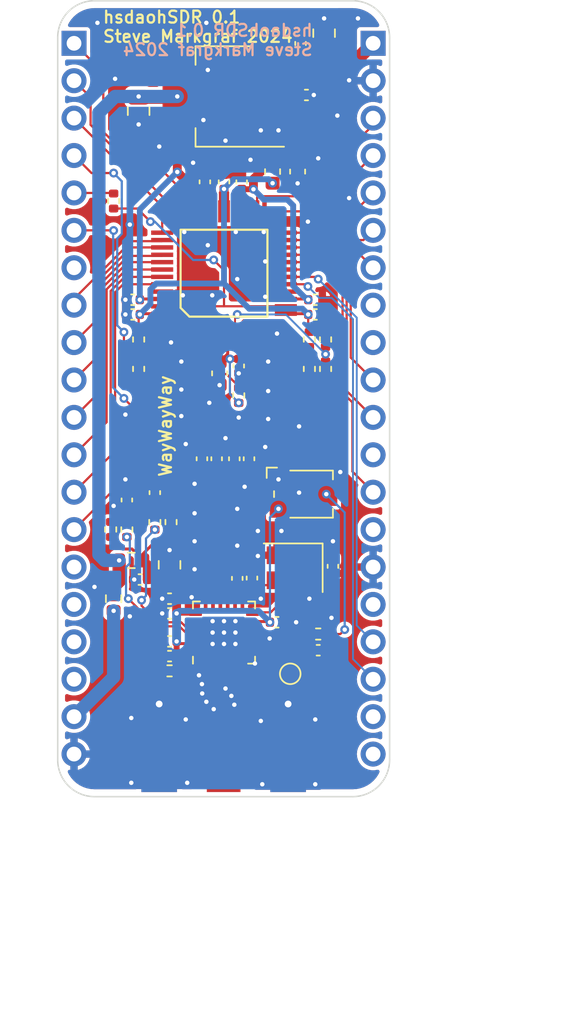
<source format=kicad_pcb>
(kicad_pcb (version 20221018) (generator pcbnew)
  (layers (0 "F.Cu" signal) (31 "B.Cu" signal) (34 "B.Paste" user) (35 "F.Paste" user) (36 "B.SilkS" user "B.Silkscreen") (37 "F.SilkS" user "F.Silkscreen") (38 "B.Mask" user) (39 "F.Mask" user) (44 "Edge.Cuts" user))
  (net 0 "")
  (net 1 "GND")
  (net 2 "3V3_RF")
  (net 3 "XTAL1")
  (net 4 "XTAL2")
  (net 5 "Net-(U1-DVDD)")
  (net 6 "I_N")
  (net 7 "Q_N")
  (net 8 "I_P")
  (net 9 "Q_P")
  (net 10 "I2C_SDA")
  (net 11 "I2C_SCL")
  (net 12 "AGC")
  (net 13 "3V3")
  (net 14 "5V_IN")
  (net 15 "Net-(U3-REFIN_A)")
  (net 16 "Net-(J1-In)")
  (net 22 "3V3_FPGA")
  (net 29 "Net-(U1-PDN)")
  (net 30 "SCLK")
  (net 31 "SDA")
  (net 32 "Net-(R6-Pad2)")
  (net 33 "DFS")
  (net 34 "Net-(U3-S2)")
  (net 35 "Net-(U3-S1)")
  (net 40 "ADC_CLK")
  (net 41 "D9_B")
  (net 42 "D8_B")
  (net 43 "D7_B")
  (net 44 "D6_B")
  (net 45 "D5_B")
  (net 46 "D4_B")
  (net 47 "D3_B")
  (net 48 "D2_B")
  (net 49 "D1_B")
  (net 50 "D0_B")
  (net 51 "D0_A")
  (net 52 "D1_A")
  (net 53 "D2_A")
  (net 54 "D3_A")
  (net 55 "D4_A")
  (net 56 "D5_A")
  (net 57 "D6_A")
  (net 58 "D7_A")
  (net 59 "D8_A")
  (net 60 "D9_A")
  (net 61 "Net-(J2-Pin_5)")
  (net 62 "3V3_A")
  (net 63 "BBIN")
  (net 64 "BBQN")
  (net 65 "BBIP")
  (net 66 "BBQP")
  (net 68 "Net-(U1-LOOP)")
  (footprint "Capacitor_SMD:C_0402_1005Metric" (layer "F.Cu") (at 138.1 73.4 90)
    (fp_text reference "C12" hide)
    (fp_text value "100n")
  )
  (footprint "Connector_Coaxial:SMA_Molex_73251-1153_EdgeMount_Horizontal" (layer "F.Cu") (at 138.575 91.77 90)
    (fp_text reference "J1" hide)
    (fp_text value "RF_IN")
  )
  (footprint "agg:LQFP-48" (layer "F.Cu") (at 138.6 60.8 90)
    (fp_text reference "U3")
    (fp_text value "AD9218")
  )
  (footprint "TestPoint:TestPoint_Pad_D1.0mm" (layer "F.Cu") (at 143.1 88)
    (fp_text reference "TP1" hide)
    (fp_text value "TestPoint_Small")
  )
  (footprint "Resistor_SMD:R_0402_1005Metric" (layer "F.Cu") (at 132.8 67.3 90)
    (fp_text reference "R9" hide)
    (fp_text value "0R")
  )
  (footprint "Capacitor_SMD:C_0402_1005Metric" (layer "F.Cu") (at 137.1 73.4 90)
    (fp_text reference "C14" hide)
    (fp_text value "100n")
  )
  (footprint "Capacitor_SMD:C_0402_1005Metric" (layer "F.Cu") (at 134.9 83.9)
    (fp_text reference "C6" hide)
    (fp_text value "100n")
  )
  (footprint "Capacitor_SMD:C_0402_1005Metric" (layer "F.Cu") (at 145 86.4 180)
    (fp_text reference "C17" hide)
    (fp_text value "1n")
  )
  (footprint "Capacitor_SMD:C_0402_1005Metric" (layer "F.Cu") (at 132.9 81.6)
    (fp_text reference "C9" hide)
    (fp_text value "10n")
  )
  (footprint "Resistor_SMD:R_0402_1005Metric" (layer "F.Cu") (at 131.1 55.9 90)
    (fp_text reference "R15" hide)
    (fp_text value "50R")
  )
  (footprint "Capacitor_SMD:C_0402_1005Metric" (layer "F.Cu") (at 144.8 63.6)
    (fp_text reference "C22" hide)
    (fp_text value "100n")
  )
  (footprint "Capacitor_SMD:C_0402_1005Metric" (layer "F.Cu") (at 137.3 54.6 90)
    (fp_text reference "C20" hide)
    (fp_text value "100n")
  )
  (footprint "Resistor_SMD:R_0402_1005Metric" (layer "F.Cu") (at 145.5 65.3 -90)
    (fp_text reference "R12" hide)
    (fp_text value "0R")
  )
  (footprint "Capacitor_SMD:C_0805_2012Metric" (layer "F.Cu") (at 145.4 44.5 90)
    (fp_text reference "C24" hide)
    (fp_text value "10uF")
  )
  (footprint "Resistor_SMD:R_0402_1005Metric" (layer "F.Cu") (at 145.5 67.3 -90)
    (fp_text reference "R13" hide)
    (fp_text value "0R")
  )
  (footprint "Resistor_SMD:R_0402_1005Metric" (layer "F.Cu") (at 132 78.2 -90)
    (fp_text reference "R5" hide)
    (fp_text value "100R")
  )
  (footprint "Capacitor_SMD:C_0402_1005Metric" (layer "F.Cu") (at 134.9 85.8)
    (fp_text reference "C3" hide)
    (fp_text value "100p")
  )
  (footprint "Capacitor_SMD:C_0603_1608Metric" (layer "F.Cu") (at 138.3 67.6 -90)
    (fp_text reference "C25" hide)
    (fp_text value "10uF")
  )
  (footprint "Capacitor_SMD:C_0402_1005Metric" (layer "F.Cu") (at 140.5 81.5 -90)
    (fp_text reference "C5" hide)
    (fp_text value "9p")
  )
  (footprint "Capacitor_SMD:C_0402_1005Metric" (layer "F.Cu") (at 138.6 54.6 90)
    (fp_text reference "C23" hide)
    (fp_text value "100n")
  )
  (footprint "Capacitor_SMD:C_0402_1005Metric" (layer "F.Cu") (at 142.2 84.5 180)
    (fp_text reference "C4" hide)
    (fp_text value "100n")
  )
  (footprint "Resistor_SMD:R_0402_1005Metric" (layer "F.Cu") (at 132.8 65.3 90)
    (fp_text reference "R8" hide)
    (fp_text value "0R")
  )
  (footprint "Capacitor_SMD:C_0402_1005Metric" (layer "F.Cu") (at 134.9 86.8)
    (fp_text reference "C1" hide)
    (fp_text value "100n")
  )
  (footprint "Connector_PinSocket_2.54mm:PinSocket_1x20_P2.54mm_Vertical" (layer "F.Cu") (at 128.41 45.19)
    (fp_text reference "J2" hide)
    (fp_text value "Conn_01x20_Socket")
  )
  (footprint "Capacitor_SMD:C_0805_2012Metric" (layer "F.Cu") (at 132.8 49.8 -90)
    (fp_text reference "C30" hide)
    (fp_text value "10uF")
  )
  (footprint "Resistor_SMD:R_0402_1005Metric" (layer "F.Cu") (at 139.6 69.1 -90)
    (fp_text reference "R7" hide)
    (fp_text value "0R")
  )
  (footprint "Capacitor_SMD:C_0402_1005Metric" (layer "F.Cu") (at 132.4 62.6 180)
    (fp_text reference "C21" hide)
    (fp_text value "100n")
  )
  (footprint "Resistor_SMD:R_0603_1608Metric" (layer "F.Cu") (at 131.1 82.9 90)
    (fp_text reference "R14" hide)
    (fp_text value "0R")
  )
  (footprint "Package_DFN_QFN:QFN-24-1EP_4x4mm_P0.5mm_EP2.15x2.15mm_ThermalVias" (layer "F.Cu") (at 138.6 85.2 90)
    (fp_text reference "U1" hide)
    (fp_text value "RDA5815S")
  )
  (footprint "Resistor_SMD:R_0402_1005Metric" (layer "F.Cu") (at 144.4 65.3 90)
    (fp_text reference "R10" hide)
    (fp_text value "0R")
  )
  (footprint "Capacitor_SMD:C_0402_1005Metric" (layer "F.Cu") (at 140.3 73.4 90)
    (fp_text reference "C13" hide)
    (fp_text value "100n")
  )
  (footprint "Capacitor_SMD:C_0402_1005Metric" (layer "F.Cu") (at 139.3 73.4 90)
    (fp_text reference "C11" hide)
    (fp_text value "100n")
  )
  (footprint "Capacitor_SMD:C_0402_1005Metric" (layer "F.Cu") (at 139.5 81.52 -90)
    (fp_text reference "C7" hide)
    (fp_text value "100n")
  )
  (footprint "Crystal:Crystal_SMD_3225-4Pin_3.2x2.5mm" (layer "F.Cu") (at 143.3 80.8 180)
    (fp_text reference "Y1" hide)
    (fp_text value "27 MHz")
  )
  (footprint "Capacitor_SMD:C_0603_1608Metric" (layer "F.Cu") (at 143.6 53.9 -90)
    (fp_text reference "C31" hide)
    (fp_text value "4.7uF")
  )
  (footprint "Package_TO_SOT_SMD:SOT-223-3_TabPin2" (layer "F.Cu") (at 138.575 48.8 180)
    (fp_text reference "U2" hide)
    (fp_text value "AMS1117-3.3")
  )
  (footprint "Resistor_SMD:R_0402_1005Metric" (layer "F.Cu") (at 134.9 87.8 180)
    (fp_text reference "R1" hide)
    (fp_text value "4.7k")
  )
  (footprint "Resistor_SMD:R_0402_1005Metric" (layer "F.Cu") (at 135 77.7 -90)
    (fp_text reference "R3" hide)
    (fp_text value "2.2k")
  )
  (footprint "Resistor_SMD:R_0603_1608Metric" (layer "F.Cu") (at 132.3 80.3)
    (fp_text reference "FB1" hide)
    (fp_text value "Bead")
  )
  (footprint "Capacitor_SMD:C_0402_1005Metric" (layer "F.Cu") (at 134.9 82.9)
    (fp_text reference "C10" hide)
    (fp_text value "100p")
  )
  (footprint "Capacitor_SMD:C_0402_1005Metric" (layer "F.Cu") (at 143.8 45.2 90)
    (fp_text reference "C27" hide)
    (fp_text value "100n")
  )
  (footprint "Capacitor_SMD:C_0402_1005Metric" (layer "F.Cu") (at 132.4 63.6 180)
    (fp_text reference "C26" hide)
    (fp_text value "100n")
  )
  (footprint "Connector_PinSocket_2.54mm:PinSocket_1x20_P2.54mm_Vertical" (layer "F.Cu") (at 148.73 45.19)
    (fp_text reference "J3" hide)
    (fp_text value "Conn_01x20_Socket")
  )
  (footprint "Capacitor_SMD:C_0402_1005Metric" (layer "F.Cu") (at 139.6 67.1 -90)
    (fp_text reference "C28" hide)
    (fp_text value "100n")
  )
  (footprint "Capacitor_SMD:C_0805_2012Metric" (layer "F.Cu") (at 134.9 80.6 90)
    (fp_text reference "C8" hide)
    (fp_text value "10uF")
  )
  (footprint "Resistor_SMD:R_0402_1005Metric" (layer "F.Cu") (at 145 85.3)
    (fp_text reference "R6" hide)
    (fp_text value "1k")
  )
  (footprint "Resistor_SMD:R_0402_1005Metric" (layer "F.Cu") (at 133.9 77.7 -90)
    (fp_text reference "R4" hide)
    (fp_text value "100R")
  )
  (footprint "Inductor_SMD:L_0603_1608Metric" (layer "F.Cu") (at 141.9 53.9 -90)
    (fp_text reference "L1" hide)
    (fp_text value "1uH")
  )
  (footprint "Capacitor_SMD:C_0402_1005Metric" (layer "F.Cu") (at 139.8 54.6 -90)
    (fp_text reference "C19" hide)
    (fp_text value "100n")
  )
  (footprint "Capacitor_SMD:C_0402_1005Metric" (layer "F.Cu") (at 144.8 62.6)
    (fp_text reference "C18" hide)
    (fp_text value "100n")
  )
  (footprint "Capacitor_SMD:C_0402_1005Metric" (layer "F.Cu") (at 144.2 48.7)
    (fp_text reference "C29" hide)
    (fp_text value "100n")
  )
  (footprint "Resistor_SMD:R_0402_1005Metric" (layer "F.Cu") (at 130.9 78.2 -90)
    (fp_text reference "R2" hide)
    (fp_text value "2.2k")
  )
  (footprint "Potentiometer_SMD:Potentiometer_Bourns_TC33X_Vertical" (layer "F.Cu") (at 144.1 75.8)
    (fp_text reference "RV1" hide)
    (fp_text value "10k")
  )
  (footprint "Capacitor_SMD:C_0402_1005Metric" (layer "F.Cu") (at 132 76.2 90)
    (fp_text reference "C16" hide)
    (fp_text value "33p")
  )
  (footprint "Capacitor_SMD:C_0402_1005Metric" (layer "F.Cu") (at 133.9 75.7 90)
    (fp_text reference "C15" hide)
    (fp_text value "33p")
  )
  (footprint "Capacitor_SMD:C_0402_1005Metric" (layer "F.Cu") (at 146 80.7 90)
    (fp_text reference "C2" hide)
    (fp_text value "9p")
  )
  (footprint "Resistor_SMD:R_0402_1005Metric" (layer "F.Cu") (at 144.4 67.3 90)
    (fp_text reference "R11" hide)
    (fp_text value "0R")
  )
  (gr_rect (start 136.4 48.174915) (end 141.12963 49.42241) (stroke (width 0.254)) (fill solid) (layer "F.Cu"))
  (gr_rect (start 132.024411 89) (end 136.352642 95.7) (stroke (width 0.254)) (fill solid) (layer "F.Cu"))
  (gr_rect (start 140.771769 89.05) (end 145.1 95.75) (stroke (width 0.254)) (fill solid) (layer "F.Cu"))
  (gr_rect (start 137.264685 84.249067) (end 139.9 86.525937) (stroke (width 0.254)) (fill solid) (layer "B.Cu"))
  (gr_rect (start 140.771769 89.05) (end 145.1 95.75) (stroke (width 0.254)) (fill solid) (layer "B.Cu"))
  (gr_rect (start 132.024411 89) (end 136.352642 95.7) (stroke (width 0.254)) (fill solid) (layer "B.Cu"))
  (gr_line locked (start 149.85 44.8) (end 149.85 93.84) (stroke (width 0.1)) (layer "Edge.Cuts"))
  (gr_line locked (start 127.3 93.84) (end 127.3 44.8) (stroke (width 0.1)) (layer "Edge.Cuts"))
  (gr_line locked (start 129.8 42.3) (end 147.35 42.3) (stroke (width 0.1)) (layer "Edge.Cuts"))
  (gr_arc locked (start 127.3 44.8) (mid 128.032233 43.032233) (end 129.8 42.3) (stroke (width 0.1)) (layer "Edge.Cuts"))
  (gr_arc locked (start 149.85 93.84) (mid 149.117767 95.607767) (end 147.35 96.34) (stroke (width 0.1)) (layer "Edge.Cuts"))
  (gr_arc locked (start 147.35 42.3) (mid 149.117766 43.032233) (end 149.85 44.8) (stroke (width 0.1)) (layer "Edge.Cuts"))
  (gr_line locked (start 129.8 96.34) (end 147.35 96.34) (stroke (width 0.1)) (layer "Edge.Cuts"))
  (gr_arc locked (start 129.8 96.34) (mid 128.032233 95.607767) (end 127.3 93.84) (stroke (width 0.1)) (layer "Edge.Cuts"))
  (gr_text "hsdaohSDR 0.1\nSteve Markgraf 2024" (at 144.7 46.1) (layer "B.SilkS") (effects (font (size 0.8128 0.8128) (thickness 0.1524) bold) (justify left bottom mirror)))
  (gr_text "WayWayWay" (at 135.1 74.7 90) (layer "F.SilkS") (effects (font (size 0.8128 0.8128) (thickness 0.1524) bold) (justify left bottom)))
  (gr_text "hsdaohSDR 0.1\nSteve Markgraf 2024" (at 130.3 45.2) (layer "F.SilkS") (effects (font (size 0.8128 0.8128) (thickness 0.1524) bold) (justify left bottom)))
  (segment (start 140.5 87.5) (end 140.7 87.3) (width 0.2) (layer "F.Cu") (net 1))
  (segment (start 135.8 62.3) (end 135.5 62.1) (width 0.2) (layer "F.Cu") (net 1))
  (segment (start 137.467807 86.332193) (end 137.825 85.975) (width 0.2) (layer "F.Cu") (net 1))
  (segment (start 137.35 87.1375) (end 137.35 86.700001) (width 0.2) (layer "F.Cu") (net 1))
  (segment (start 139.35 86) (end 139.375 85.975) (width 0.2) (layer "F.Cu") (net 1))
  (segment (start 140.35 56.6) (end 140.35 57.6) (width 0.2) (layer "F.Cu") (net 1))
  (segment (start 139.8 86.4) (end 139.375 85.975) (width 0.2) (layer "F.Cu") (net 1))
  (segment (start 136.85 56.6) (end 136.85 57.6) (width 0.2) (layer "F.Cu") (net 1))
  (segment (start 140.35 57.6) (end 140.75 58) (width 0.2) (layer "F.Cu") (net 1))
  (segment (start 139.85 86.85) (end 139.8 86.8) (width 0.2) (layer "F.Cu") (net 1))
  (segment (start 138.35 88.65) (end 138.35 86.7) (width 0.2) (layer "F.Cu") (net 1))
  (segment (start 141.4 62.4) (end 141.45 62.4) (width 0.2) (layer "F.Cu") (net 1))
  (segment (start 140.5 87.9) (end 140.5 87.5) (width 0.2) (layer "F.Cu") (net 1))
  (segment (start 139.35 57.95) (end 139.4 58) (width 0.2) (layer "F.Cu") (net 1))
  (segment (start 137.467807 86.582194) (end 137.467807 86.332193) (width 0.2) (layer "F.Cu") (net 1))
  (segment (start 131.92 63.6) (end 131.92 62.62) (width 0.4) (layer "F.Cu") (net 1))
  (segment (start 145.28 63.6) (end 145.28 62.6) (width 0.4) (layer "F.Cu") (net 1))
  (segment (start 137.85 56.6) (end 137.85 58.55) (width 0.2) (layer "F.Cu") (net 1))
  (segment (start 134.4 62.05) (end 135.45 62.05) (width 0.2) (layer "F.Cu") (net 1))
  (segment (start 132.42 81.6) (end 132.42 81.68) (width 0.15) (layer "F.Cu") (net 1))
  (segment (start 137.85 58.55) (end 137.5 58.9) (width 0.2) (layer "F.Cu") (net 1))
  (segment (start 139.85 87.1375) (end 139.85 86.85) (width 0.2) (layer "F.Cu") (net 1))
  (segment (start 139.4 87.9) (end 140.5 87.9) (width 0.2) (layer "F.Cu") (net 1))
  (segment (start 137.35 86.700001) (end 137.467807 86.582194) (width 0.2) (layer "F.Cu") (net 1))
  (segment (start 140.75 58) (end 141.3 58) (width 0.2) (layer "F.Cu") (net 1))
  (segment (start 138.7 89) (end 138.35 88.65) (width 0.2) (layer "F.Cu") (net 1))
  (segment (start 137.35 88.05625) (end 136.94375 88.05625) (width 0.2) (layer "F.Cu") (net 1))
  (segment (start 139.35 87.1375) (end 139.35 87.85) (width 0.2) (layer "F.Cu") (net 1))
  (segment (start 139.8 86.8) (end 139.8 86.4) (width 0.2) (layer "F.Cu") (net 1))
  (segment (start 138.35 86.7) (end 138.35 86.225) (width 0.2) (layer "F.Cu") (net 1))
  (segment (start 135.45 62.05) (end 135.8 62.3) (width 0.2) (layer "F.Cu") (net 1))
  (segment (start 137.35 88.05625) (end 137.35 87.54375) (width 0.2) (layer "F.Cu") (net 1))
  (segment (start 141.45 62.4) (end 141.8 62.05) (width 0.2) (layer "F.Cu") (net 1))
  (segment (start 139.35 87.85) (end 139.4 87.9) (width 0.2) (layer "F.Cu") (net 1))
  (segment (start 139.6 67.58) (end 139.6 67.6) (width 0.15) (layer "F.Cu") (net 1))
  (segment (start 138.35 86.225) (end 138.6 85.975) (width 0.2) (layer "F.Cu") (net 1))
  (segment (start 141.8 62.05) (end 142.8 62.05) (width 0.2) (layer "F.Cu") (net 1))
  (segment (start 136.94375 88.05625) (end 136.9 88.1) (width 0.2) (layer "F.Cu") (net 1))
  (segment (start 136.85 57.6) (end 136.45 58) (width 0.2) (layer "F.Cu") (net 1))
  (segment (start 139.35 87.1375) (end 139.35 86) (width 0.2) (layer "F.Cu") (net 1))
  (segment (start 138.35 87.1375) (end 138.35 86.7) (width 0.2) (layer "F.Cu") (net 1))
  (segment (start 139.35 56.6) (end 139.35 57.95) (width 0.2) (layer "F.Cu") (net 1))
  (segment (start 136.45 58) (end 135.9 58) (width 0.2) (layer "F.Cu") (net 1))
  (segment (start 132.42 81.68) (end 132.4 81.7) (width 0.15) (layer "F.Cu") (net 1))
  (segment (start 131.92 62.62) (end 131.9 62.6) (width 0.4) (layer "F.Cu") (net 1))
  (via (at 140 75.3) (size 0.6) (drill 0.3) (layers "F.Cu" "B.Cu") (net 1))
  (via (at 137.5 47) (size 0.6) (drill 0.3) (layers "F.Cu" "B.Cu") (net 1))
  (via (at 140.4 53.1) (size 0.6) (drill 0.3) (layers "F.Cu" "B.Cu") (net 1))
  (via (at 139.6 67.6) (size 0.6) (drill 0.3) (layers "F.Cu" "B.Cu") (net 1))
  (via (at 136 91.1) (size 0.6) (drill 0.3) (layers "F.Cu" "B.Cu") (net 1))
  (via (at 134.4 83.9) (size 0.6) (drill 0.3) (layers "F.Cu" "B.Cu") (net 1))
  (via (at 141.2 95.5) (size 0.6) (drill 0.3) (layers "F.Cu" "B.Cu") (net 1))
  (via (at 142.3 74.8) (size 0.6) (drill 0.3) (layers "F.Cu" "B.Cu") (net 1))
  (via (at 135 65.5) (size 0.6) (drill 0.3) (layers "F.Cu" "B.Cu") (net 1))
  (via (at 147.7 43.5) (size 0.6) (drill 0.3) (layers "F.Cu" "B.Cu") (net 1))
  (via (at 138.7 72) (size 0.6) (drill 0.3) (layers "F.Cu" "B.Cu") (net 1))
  (via (at 141.4 60) (size 0.6) (drill 0.3) (layers "F.Cu" "B.Cu") (net 1))
  (via (at 129.8 82.1) (size 0.6) (drill 0.3) (layers "F.Cu" "B.Cu") (net 1))
  (via (at 135.7 70.5) (size 0.6) (drill 0.3) (layers "F.Cu" "B.Cu") (net 1))
  (via (at 140.9 78.3) (size 0.6) (drill 0.3) (layers "F.Cu" "B.Cu") (net 1))
  (via (at 139.3 90.1) (size 0.6) (drill 0.3) (layers "F.Cu" "B.Cu") (net 1))
  (via (at 142.5 78.3) (size 0.6) (drill 0.3) (layers "F.Cu" "B.Cu") (net 1))
  (via (at 135.7 66.8) (size 0.6) (drill 0.3) (layers "F.Cu" "B.Cu") (net 1))
  (via (at 144.3 57.3) (size 0.6) (drill 0.3) (layers "F.Cu" "B.Cu") (net 1))
  (via (at 141.4 62.4) (size 0.6) (drill 0.3) (layers "F.Cu" "B.Cu") (net 1))
  (via (at 141.6 70.7) (size 0.6) (drill 0.3) (layers "F.Cu" "B.Cu") (net 1))
  (via (at 131.9 74.8) (size 0.6) (drill 0.3) (layers "F.Cu" "B.Cu") (net 1))
  (via (at 146.5 74.3) (size 0.6) (drill 0.3) (layers "F.Cu" "B.Cu") (net 1))
  (via (at 142.2 64.9) (size 0.6) (drill 0.3) (layers "F.Cu" "B.Cu") (net 1))
  (via (at 147.1 55.7) (size 0.6) (drill 0.3) (layers "F.Cu" "B.Cu") (net 1))
  (via (at 144.4 82.9) (size 0.6) (drill 0.3) (layers "F.Cu" "B.Cu") (net 1))
  (via (at 138.7 89) (size 0.6) (drill 0.3) (layers "F.Cu" "B.Cu") (net 1))
  (via (at 137.9 90.4) (size 0.6) (drill 0.3) (layers "F.Cu" "B.Cu") (net 1))
  (via (at 143.7 75.7) (size 0.6) (drill 0.3) (layers "F.Cu" "B.Cu") (net 1))
  (via (at 138.7 51.8) (size 0.6) (drill 0.3) (layers "F.Cu" "B.Cu") (net 1))
  (via (at 132.5 81.6) (size 0.6) (drill 0.3) (layers "F.Cu" "B.Cu") (net 1))
  (via (at 145.4 43.5) (size 0.6) (drill 0.3) (layers "F.Cu" "B.Cu") (net 1))
  (via (at 139.5 61.2) (size 0.6) (drill 0.3) (layers "F.Cu" "B.Cu") (net 1))
  (via (at 136.4 82.8) (size 0.6) (drill 0.3) (layers "F.Cu" "B.Cu") (net 1))
  (via (at 141.1 51.1) (size 0.6) (drill 0.3) (layers "F.Cu" "B.Cu") (net 1))
  (via (at 136.1 95.4) (size 0.6) (drill 0.3) (layers "F.Cu" "B.Cu") (net 1))
  (via (at 142.3 51.1) (size 0.6) (drill 0.3) (layers "F.Cu" "B.Cu") (net 1))
  (via (at 137.2 50.4) (size 0.6) (drill 0.3) (layers "F.Cu" "B.Cu") (net 1))
  (via (at 131.9 70.4) (size 0.6) (drill 0.3) (layers "F.Cu" "B.Cu") (net 1))
  (via (at 134.2 52.2) (size 0.6) (drill 0.3) (layers "F.Cu" "B.Cu") (net 1))
  (via (at 131.1 76.6) (size 0.6) (drill 0.3) (layers "F.Cu" "B.Cu") (net 1))
  (via (at 137.8 62.3) (size 0.6) (drill 0.3) (layers "F.Cu" "B.Cu") (net 1))
  (via (at 132.3 95.4) (size 0.6) (drill 0.3) (layers "F.Cu" "B.Cu") (net 1))
  (via (at 137.4 43.8) (size 0.6) (drill 0.3) (layers "F.Cu" "B.Cu") (net 1))
  (via (at 138.3 68.4) (size 0.6) (drill 0.3) (layers "F.Cu" "B.Cu") (net 1))
  (via (at 139.5 79.3) (size 0.6) (drill 0.3) (layers "F.Cu" "B.Cu") (net 1))
  (via (at 143.7 71.2) (size 0.6) (drill 0.3) (layers "F.Cu" "B.Cu") (net 1))
  (via (at 144.8 95.5) (size 0.6) (drill 0.3) (layers "F.Cu" "B.Cu") (net 1))
  (via (at 132.2 84.1) (size 0.6) (drill 0.3) (layers "F.Cu" "B.Cu") (net 1))
  (via (at 141.6 66.8) (size 0.6) (drill 0.3) (layers "F.Cu" "B.Cu") (net 1))
  (via (at 146 79) (size 0.6) (drill 0.3) (layers "F.Cu" "B.Cu") (net 1))
  (via (at 143.5 84.5) (size 0.6) (drill 0.3) (layers "F.Cu" "B.Cu") (net 1))
  (via (at 136.6 75.1) (size 0.6) (drill 0.3) (layers "F.Cu" "B.Cu") (net 1))
  (via (at 131.9 63.6) (size 0.6) (drill 0.3) (layers "F.Cu" "B.Cu") (net 1))
  (via (at 140.9 80) (size 0.6) (drill 0.3) (layers "F.Cu" "B.Cu") (net 1))
  (via (at 145.9 84.2) (size 0.6) (drill 0.3) (layers "F.Cu" "B.Cu") (net 1))
  (via (at 139.4 58) (size 0.6) (drill 0.3) (layers "F.Cu" "B.Cu") (net 1))
  (via (at 136.6 80.9) (size 0.6) (drill 0.3) (layers "F.Cu" "B.Cu") (net 1))
  (via (at 141.1 82.9) (size 0.6) (drill 0.3) (layers "F.Cu" "B.Cu") (net 1))
  (via (at 136.9 88.1) (size 0.6) (drill 0.3) (layers "F.Cu" "B.Cu") (net 1))
  (via (at 132.8 50.7) (size 0.6) (drill 0.3) (layers "F.Cu" "B.Cu") (net 1))
  (via (at 137.118432 89.336642) (size 0.6) (drill 0.3) (layers "F.Cu" "B.Cu") (net 1))
  (via (at 139.6 70.6) (size 0.6) (drill 0.3) (layers "F.Cu" "B.Cu") (net 1))
  (via (at 134.9 79.6) (size 0.6) (drill 0.3) (layers "F.Cu" "B.Cu") (net 1))
  (via (at 131.2 47.6) (size 0.6) (drill 0.3) (layers "F.Cu" "B.Cu") (net 1))
  (via (at 139.5 76.8) (size 0.6) (drill 0.3) (layers "F.Cu" "B.Cu") (net 1))
  (via (at 137.1 88.7) (size 0.6) (drill 0.3) (layers "F.Cu" "B.Cu") (net 1))
  (via (at 146.3 50.1) (size 0.6) (drill 0.3) (layers "F.Cu" "B.Cu") (net 1))
  (via (at 135.9 58) (size 0.6) (drill 0.3) (layers "F.Cu" "B.Cu") (net 1))
  (via (at 141.1 91.2) (size 0.6) (drill 0.3) (layers "F.Cu" "B.Cu") (net 1))
  (via (at 143.6 54.7) (size 0.6) (drill 0.3) (layers "F.Cu" "B.Cu") (net 1))
  (via (at 144.7 48.7) (size 0.6) (drill 0.3) (layers "F.Cu" "B.Cu") (net 1))
  (via (at 137.4 89.9) (size 0.6) (drill 0.3) (layers "F.Cu" "B.Cu") (net 1))
  (via (at 136.5 53.3) (size 0.6) (drill 0.3) (layers "F.Cu" "B.Cu") (net 1))
  (via (at 135.8 62.3) (size 0.6) (drill 0.3) (layers "F.Cu" "B.Cu") (net 1))
  (via (at 139.1 89.5) (size 0.6) (drill 0.3) (layers "F.Cu" "B.Cu") (net 1))
  (via (at 141.7 85.6) (size 0.6) (drill 0.3) (layers "F.Cu" "B.Cu") (net 1))
  (via (at 132.2 57.5) (size 0.6) (drill 0.3) (layers "F.Cu" "B.Cu") (net 1))
  (via (at 147.1 47.7) (size 0.6) (drill 0.3) (layers "F.Cu" "B.Cu") (net 1))
  (via (at 136.6 77.1) (size 0.6) (drill 0.3) (layers "F.Cu" "B.Cu") (net 1))
  (via (at 140.7 87.3) (size 0.6) (drill 0.3) (layers "F.Cu" "B.Cu") (net 1))
  (via (at 141.4 72.6) (size 0.6) (drill 0.3) (layers "F.Cu" "B.Cu") (net 1))
  (via (at 131.9 62.6) (size 0.6) (drill 0.3) (layers "F.Cu" "B.Cu") (net 1))
  (via (at 137.5 58.9) (size 0.6) (drill 0.3) (layers "F.Cu" "B.Cu") (net 1))
  (via (at 137.6 69.6) (size 0.6) (drill 0.3) (layers "F.Cu" "B.Cu") (net 1))
  (via (at 136.6 79) (size 0.6) (drill 0.3) (layers "F.Cu" "B.Cu") (net 1))
  (via (at 132.3 91) (size 0.6) (drill 0.3) (layers "F.Cu" "B.Cu") (net 1))
  (via (at 130 43.8) (size 0.6) (drill 0.3) (layers "F.Cu" "B.Cu") (net 1))
  (via (at 135.7 68.7) (size 0.6) (drill 0.3) (layers "F.Cu" "B.Cu") (net 1))
  (via (at 136 72.4) (size 0.6) (drill 0.3) (layers "F.Cu" "B.Cu") (net 1))
  (via (at 141.6 68.8) (size 0.6) (drill 0.3) (layers "F.Cu" "B.Cu") (net 1))
  (via (at 134.4 82.9) (size 0.6) (drill 0.3) (layers "F.Cu" "B.Cu") (net 1))
  (via (at 141.3 58) (size 0.6) (drill 0.3) (layers "F.Cu" "B.Cu") (net 1))
  (via (at 145 53) (size 0.6) (drill 0.3) (layers "F.Cu" "B.Cu") (net 1))
  (via (at 144.8 91.1) (size 0.6) (drill 0.3) (layers "F.Cu" "B.Cu") (net 1))
  (segment (start 136.6625 85.95) (end 135.53 85.95) (width 0.2) (layer "F.Cu") (net 2))
  (segment (start 134.41 78.8) (end 135 78.21) (width 0.2) (layer "F.Cu") (net 2))
  (segment (start 134.9 81.55) (end 135.38 82.03) (width 0.6) (layer "F.Cu") (net 2))
  (segment (start 133.125 80.3) (end 133.38 80.555) (width 0.6) (layer "F.Cu") (net 2))
  (segment (start 133.38 81.6) (end 134.85 81.6) (width 0.6) (layer "F.Cu") (net 2))
  (segment (start 140.5375 84.45) (end 141.67 84.45) (width 0.2) (layer "F.Cu") (net 2))
  (segment (start 133.125 80.3) (end 133.125 79.825) (width 0.2) (layer "F.Cu") (net 2))
  (segment (start 135.38 82.03) (end 135.38 82.9) (width 0.6) (layer "F.Cu") (net 2))
  (segment (start 132.35 79.525) (end 131.715 79.525) (width 0.2) (layer "F.Cu") (net 2))
  (segment (start 135.38 86.8) (end 135.38 85.8) (width 0.4) (layer "F.Cu") (net 2))
  (segment (start 133.125 80.3) (end 132.35 79.525) (width 0.2) (layer "F.Cu") (net 2))
  (segment (start 131.715 79.525) (end 130.9 78.71) (width 0.2) (layer "F.Cu") (net 2))
  (segment (start 135.43 83.95) (end 135.38 83.9) (width 0.2) (layer "F.Cu") (net 2))
  (segment (start 135.38 86.81) (end 134.39 87.8) (width 0.15) (layer "F.Cu") (net 2))
  (segment (start 133.38 80.555) (end 133.38 81.6) (width 0.6) (layer "F.Cu") (net 2))
  (segment (start 133.125 79.825) (end 134.15 78.8) (width 0.2) (layer "F.Cu") (net 2))
  (segment (start 134.15 78.8) (end 134.41 78.8) (width 0.2) (layer "F.Cu") (net 2))
  (segment (start 134.85 81.6) (end 134.9 81.55) (width 0.6) (layer "F.Cu") (net 2))
  (segment (start 135.38 86.8) (end 135.38 86.81) (width 0.15) (layer "F.Cu") (net 2))
  (segment (start 136.6625 83.95) (end 135.43 83.95) (width 0.2) (layer "F.Cu") (net 2))
  (segment (start 135.53 85.95) (end 135.38 85.8) (width 0.2) (layer "F.Cu") (net 2))
  (segment (start 141.67 84.45) (end 141.72 84.5) (width 0.2) (layer "F.Cu") (net 2))
  (segment (start 135.38 82.9) (end 135.38 83.9) (width 0.6) (layer "F.Cu") (net 2))
  (via (at 135.38 83.9) (size 0.6) (drill 0.3) (layers "F.Cu" "B.Cu") (net 2))
  (via (at 135.38 85.8) (size 0.6) (drill 0.3) (layers "F.Cu" "B.Cu") (net 2))
  (via (at 142.3 76.8) (size 0.6) (drill 0.3) (layers "F.Cu" "B.Cu") (net 2))
  (via (at 141.72 84.5) (size 0.6) (drill 0.3) (layers "F.Cu" "B.Cu") (net 2))
  (segment (start 140.945 83.725) (end 135.555 83.725) (width 0.4) (layer "B.Cu") (net 2))
  (segment (start 135.555 83.725) (end 135.38 83.9) (width 0.4) (layer "B.Cu") (net 2))
  (segment (start 141.72 84.5) (end 141.72 77.38) (width 0.15) (layer "B.Cu") (net 2))
  (segment (start 135.38 83.9) (end 135.38 85.8) (width 0.6) (layer "B.Cu") (net 2))
  (segment (start 141.72 84.5) (end 140.945 83.725) (width 0.4) (layer "B.Cu") (net 2))
  (segment (start 141.72 77.38) (end 142.3 76.8) (width 0.15) (layer "B.Cu") (net 2))
  (segment (start 145.73 79.95) (end 146 80.22) (width 0.15) (layer "F.Cu") (net 3))
  (segment (start 144.4 79.95) (end 143.175 81.175) (width 0.15) (layer "F.Cu") (net 3))
  (segment (start 140.6625 83.825) (end 140.5375 83.95) (width 0.15) (layer "F.Cu") (net 3))
  (segment (start 141.775 83.825) (end 140.6625 83.825) (width 0.15) (layer "F.Cu") (net 3))
  (segment (start 143.175 82.425) (end 141.775 83.825) (width 0.15) (layer "F.Cu") (net 3))
  (segment (start 144.4 79.95) (end 145.73 79.95) (width 0.15) (layer "F.Cu") (net 3))
  (segment (start 143.175 81.175) (end 143.175 82.425) (width 0.15) (layer "F.Cu") (net 3))
  (segment (start 140.5 81.98) (end 140.5 82.6125) (width 0.15) (layer "F.Cu") (net 4))
  (segment (start 140.5 81.98) (end 141.87 81.98) (width 0.15) (layer "F.Cu") (net 4))
  (segment (start 140.5 82.6125) (end 139.85 83.2625) (width 0.15) (layer "F.Cu") (net 4))
  (segment (start 141.87 81.98) (end 142.2 81.65) (width 0.15) (layer "F.Cu") (net 4))
  (segment (start 139.35 82.05) (end 139.4 82) (width 0.2) (layer "F.Cu") (net 5))
  (segment (start 139.35 83.2625) (end 139.35 82.15) (width 0.15) (layer "F.Cu") (net 5))
  (segment (start 139.35 82.15) (end 139.5 82) (width 0.15) (layer "F.Cu") (net 5))
  (segment (start 140.35 66.125001) (end 140.35 65) (width 0.1524) (layer "F.Cu") (net 6))
  (segment (start 140.4732 71.7468) (end 140.4732 66.248201) (width 0.1524) (layer "F.Cu") (net 6))
  (segment (start 139.3 72.92) (end 140.4732 71.7468) (width 0.1524) (layer "F.Cu") (net 6))
  (segment (start 140.4732 66.248201) (end 140.35 66.125001) (width 0.1524) (layer "F.Cu") (net 6))
  (segment (start 136.8032 71.6232) (end 136.8032 66.171801) (width 0.1524) (layer "F.Cu") (net 7))
  (segment (start 138.1 72.92) (end 136.8032 71.6232) (width 0.1524) (layer "F.Cu") (net 7))
  (segment (start 136.8032 66.171801) (end 136.85 66.125001) (width 0.1524) (layer "F.Cu") (net 7))
  (segment (start 136.85 66.125001) (end 136.85 65) (width 0.1524) (layer "F.Cu") (net 7))
  (segment (start 140.3 72.494737) (end 140.87958 71.915157) (width 0.1524) (layer "F.Cu") (net 8))
  (segment (start 140.85 66.125001) (end 140.85 65) (width 0.1524) (layer "F.Cu") (net 8))
  (segment (start 140.3 72.92) (end 140.3 72.494737) (width 0.1524) (layer "F.Cu") (net 8))
  (segment (start 140.87958 66.154581) (end 140.85 66.125001) (width 0.1524) (layer "F.Cu") (net 8))
  (segment (start 140.87958 71.915157) (end 140.87958 66.154581) (width 0.1524) (layer "F.Cu") (net 8))
  (segment (start 136.3968 66.171801) (end 136.35 66.125001) (width 0.1524) (layer "F.Cu") (net 9))
  (segment (start 136.35 66.125001) (end 136.35 65) (width 0.1524) (layer "F.Cu") (net 9))
  (segment (start 137.1 72.92) (end 137.1 72.494737) (width 0.1524) (layer "F.Cu") (net 9))
  (segment (start 136.3968 71.791537) (end 136.3968 66.171801) (width 0.1524) (layer "F.Cu") (net 9))
  (segment (start 137.1 72.494737) (end 136.3968 71.791537) (width 0.1524) (layer "F.Cu") (net 9))
  (segment (start 131.8 67.8) (end 131.8 64.8) (width 0.15) (layer "F.Cu") (net 10))
  (segment (start 132.862 68.862) (end 131.8 67.8) (width 0.15) (layer "F.Cu") (net 10))
  (segment (start 133.9 77.19) (end 135 77.19) (width 0.2) (layer "F.Cu") (net 10))
  (segment (start 132.862 75.142) (end 132.862 68.862) (width 0.15) (layer "F.Cu") (net 10))
  (segment (start 133.9 77.19) (end 133.9 76.18) (width 0.15) (layer "F.Cu") (net 10))
  (segment (start 129.6 54) (end 128.41 52.81) (width 0.15) (layer "F.Cu") (net 10))
  (segment (start 133.9 76.18) (end 132.862 75.142) (width 0.15) (layer "F.Cu") (net 10))
  (segment (start 131.1 54) (end 129.6 54) (width 0.15) (layer "F.Cu") (net 10))
  (via (at 131.1 54) (size 0.6) (drill 0.3) (layers "F.Cu" "B.Cu") (net 10))
  (via (at 131.8 64.8) (size 0.6) (drill 0.3) (layers "F.Cu" "B.Cu") (net 10))
  (segment (start 131.655 58.129889) (end 131.655 54.555) (width 0.15) (layer "B.Cu") (net 10))
  (segment (start 131.655 54.555) (end 131.1 54) (width 0.15) (layer "B.Cu") (net 10))
  (segment (start 131.345 64.345) (end 131.345 58.439889) (width 0.15) (layer "B.Cu") (net 10))
  (segment (start 131.8 64.8) (end 131.345 64.345) (width 0.15) (layer "B.Cu") (net 10))
  (segment (start 131.345 58.439889) (end 131.655 58.129889) (width 0.15) (layer "B.Cu") (net 10))
  (segment (start 131.09 57.89) (end 128.41 57.89) (width 0.15) (layer "F.Cu") (net 11))
  (segment (start 131.1 57.9) (end 131.09 57.89) (width 0.15) (layer "F.Cu") (net 11))
  (segment (start 132.585 76.095) (end 132.585 70.085) (width 0.15) (layer "F.Cu") (net 11))
  (segment (start 130.9 77.69) (end 132 77.69) (width 0.2) (layer "F.Cu") (net 11))
  (segment (start 132 77.69) (end 132 76.68) (width 0.15) (layer "F.Cu") (net 11))
  (segment (start 132 76.68) (end 132.585 76.095) (width 0.15) (layer "F.Cu") (net 11))
  (segment (start 132.585 70.085) (end 131.8 69.3) (width 0.15) (layer "F.Cu") (net 11))
  (via (at 131.8 69.3) (size 0.6) (drill 0.3) (layers "F.Cu" "B.Cu") (net 11))
  (via (at 131.1 57.9) (size 0.6) (drill 0.3) (layers "F.Cu" "B.Cu") (net 11))
  (segment (start 131.068 68.568) (end 131.068 57.932) (width 0.15) (layer "B.Cu") (net 11))
  (segment (start 131.068 57.932) (end 131.1 57.9) (width 0.15) (layer "B.Cu") (net 11))
  (segment (start 131.8 69.3) (end 131.068 68.568) (width 0.15) (layer "B.Cu") (net 11))
  (segment (start 144.52 86.4) (end 144.52 85.33) (width 0.15) (layer "F.Cu") (net 12))
  (segment (start 144.52 85.33) (end 144.49 85.3) (width 0.15) (layer "F.Cu") (net 12))
  (segment (start 144.47 86.45) (end 144.52 86.4) (width 0.15) (layer "F.Cu") (net 12))
  (segment (start 140.5375 86.45) (end 144.47 86.45) (width 0.15) (layer "F.Cu") (net 12))
  (segment (start 143.6 53.325) (end 143.6 49.075) (width 0.6) (layer "F.Cu") (net 13))
  (segment (start 139.85 56.6) (end 139.85 55.13) (width 0.2) (layer "F.Cu") (net 13))
  (segment (start 139.85 55.13) (end 139.8 55.08) (width 0.2) (layer "F.Cu") (net 13))
  (segment (start 140.58 55.08) (end 140.6 55.1) (width 0.4) (layer "F.Cu") (net 13))
  (segment (start 136.58 55.08) (end 137.3 55.08) (width 0.6) (layer "F.Cu") (net 13))
  (segment (start 142.8 62.55) (end 144.27 62.55) (width 0.2) (layer "F.Cu") (net 13))
  (segment (start 139.82 55.1) (end 139.8 55.08) (width 0.4) (layer "F.Cu") (net 13))
  (segment (start 140.6 55.1) (end 139.82 55.1) (width 0.4) (layer "F.Cu") (net 13))
  (segment (start 141.9 53.1125) (end 143.5875 53.1125) (width 0.6) (layer "F.Cu") (net 13))
  (segment (start 137.35 56.6) (end 137.35 55.13) (width 0.2) (layer "F.Cu") (net 13))
  (segment (start 135.375 48.85) (end 135.425 48.8) (width 0.9) (layer "F.Cu") (net 13))
  (segment (start 135.425 53.925) (end 136.58 55.08) (width 0.6) (layer "F.Cu") (net 13))
  (segment (start 135.425 48.8) (end 135.425 53.925) (width 0.6) (layer "F.Cu") (net 13))
  (segment (start 131.475 80.3) (end 131.475 81.7) (width 0.9) (layer "F.Cu") (net 13))
  (segment (start 143.5875 53.1125) (end 143.6 53.125) (width 0.6) (layer "F.Cu") (net 13))
  (segment (start 141.805 48.72) (end 141.725 48.8) (width 0.4) (layer "F.Cu") (net 13))
  (segment (start 132.8 48.85) (end 135.375 48.85) (width 0.9) (layer "F.Cu") (net 13))
  (segment (start 143.6 49.075) (end 143.325 48.8) (width 0.6) (layer "F.Cu") (net 13))
  (segment (start 141.775 48.75) (end 141.725 48.8) (width 0.6) (layer "F.Cu") (net 13))
  (segment (start 131.475 81.7) (end 131.1 82.075) (width 0.9) (layer "F.Cu") (net 13))
  (segment (start 132.93 62.55) (end 132.88 62.6) (width 0.2) (layer "F.Cu") (net 13))
  (segment (start 140.6 55.1) (end 140.6 54.4125) (width 0.6) (layer "F.Cu") (net 13))
  (segment (start 140.6 54.4125) (end 141.9 53.1125) (width 0.6) (layer "F.Cu") (net 13))
  (segment (start 137.35 55.13) (end 137.3 55.08) (width 0.2) (layer "F.Cu") (net 13))
  (segment (start 144.27 62.55) (end 144.32 62.6) (width 0.2) (layer "F.Cu") (net 13))
  (segment (start 143.325 48.8) (end 141.725 48.8) (width 0.6) (layer "F.Cu") (net 13))
  (segment (start 134.4 62.55) (end 132.93 62.55) (width 0.2) (layer "F.Cu") (net 13))
  (via (at 135.425 48.8) (size 0.6) (drill 0.3) (layers "F.Cu" "B.Cu") (net 13))
  (via (at 135.425 53.925) (size 0.6) (drill 0.3) (layers "F.Cu" "B.Cu") (net 13))
  (via (at 140.6 55.1) (size 0.6) (drill 0.3) (layers "F.Cu" "B.Cu") (net 13))
  (via (at 132.8 48.8) (size 0.6) (drill 0.3) (layers "F.Cu" "B.Cu") (net 13))
  (via (at 132.88 62.6) (size 0.6) (drill 0.3) (layers "F.Cu" "B.Cu") (net 13))
  (via (at 144.32 62.6) (size 0.6) (drill 0.3) (layers "F.Cu" "B.Cu") (net 13))
  (via (at 131.475 80.3) (size 0.6) (drill 0.3) (layers "F.Cu" "B.Cu") (net 13))
  (segment (start 132.8 48.8) (end 131.2 48.8) (width 0.9) (layer "B.Cu") (net 13))
  (segment (start 130.5 80.3) (end 131.475 80.3) (width 0.9) (layer "B.Cu") (net 13))
  (segment (start 132.88 56.47) (end 135.425 53.925) (width 0.4) (layer "B.Cu") (net 13))
  (segment (start 130.1 49.9) (end 130.1 79.9) (width 0.9) (layer "B.Cu") (net 13))
  (segment (start 142.9 55.8) (end 141.3 55.8) (width 0.4) (layer "B.Cu") (net 13))
  (segment (start 143.3 61.661666) (end 143.3 56.2) (width 0.4) (layer "B.Cu") (net 13))
  (segment (start 144.32 62.6) (end 144.238334 62.6) (width 0.4) (layer "B.Cu") (net 13))
  (segment (start 135.425 48.8) (end 132.8 48.8) (width 0.9) (layer "B.Cu") (net 13))
  (segment (start 132.88 62.6) (end 132.88 56.47) (width 0.4) (layer "B.Cu") (net 13))
  (segment (start 131.2 48.8) (end 130.1 49.9) (width 0.9) (layer "B.Cu") (net 13))
  (segment (start 141.3 55.8) (end 140.6 55.1) (width 0.4) (layer "B.Cu") (net 13))
  (segment (start 144.238334 62.6) (end 143.3 61.661666) (width 0.4) (layer "B.Cu") (net 13))
  (segment (start 143.3 56.2) (end 142.9 55.8) (width 0.4) (layer "B.Cu") (net 13))
  (segment (start 130.1 79.9) (end 130.5 80.3) (width 0.9) (layer "B.Cu") (net 13))
  (segment (start 148.73 45.19) (end 147.42 46.5) (width 0.9) (layer "F.Cu") (net 14))
  (segment (start 145.4 45.45) (end 145.4 46.5) (width 0.9) (layer "F.Cu") (net 14))
  (segment (start 143.8 45.68) (end 143.8 46.5) (width 0.4) (layer "F.Cu") (net 14))
  (segment (start 145.4 46.5) (end 141.725 46.5) (width 0.9) (layer "F.Cu") (net 14))
  (segment (start 147.42 46.5) (end 145.4 46.5) (width 0.9) (layer "F.Cu") (net 14))
  (segment (start 137.85 66.375) (end 138.3 66.825) (width 0.2) (layer "F.Cu") (net 15))
  (segment (start 139.6 69.61) (end 139.6 69.6) (width 0.15) (layer "F.Cu") (net 15))
  (segment (start 139 66.62) (end 138.505 66.62) (width 0.4) (layer "F.Cu") (net 15))
  (segment (start 138.35 66.775) (end 138.3 66.825) (width 0.2) (layer "F.Cu") (net 15))
  (segment (start 137.85 65) (end 138.85 65) (width 0.2) (layer "F.Cu") (net 15))
  (segment (start 138.35 65) (end 138.35 66.775) (width 0.2) (layer "F.Cu") (net 15))
  (segment (start 138.505 66.62) (end 138.3 66.825) (width 0.4) (layer "F.Cu") (net 15))
  (segment (start 139.6 66.62) (end 139 66.62) (width 0.4) (layer "F.Cu") (net 15))
  (segment (start 138.85 65) (end 138.85 66.275) (width 0.2) (layer "F.Cu") (net 15))
  (segment (start 138.85 66.275) (end 138.3 66.825) (width 0.2) (layer "F.Cu") (net 15))
  (segment (start 137.85 65) (end 137.85 66.375) (width 0.2) (layer "F.Cu") (net 15))
  (via (at 139 66.62) (size 0.6) (drill 0.3) (layers "F.Cu" "B.Cu") (net 15))
  (via (at 139.6 69.6) (size 0.6) (drill 0.3) (layers "F.Cu" "B.Cu") (net 15))
  (segment (start 139.6 69.6) (end 139 69) (width 0.15) (layer "B.Cu") (net 15))
  (segment (start 139 69) (end 139 66.62) (width 0.15) (layer "B.Cu") (net 15))
  (segment (start 137.85 89.271928) (end 137.85 87.1375) (width 0.3) (layer "F.Cu") (net 16))
  (segment (start 138.575 89.996928) (end 137.85 89.271928) (width 0.3) (layer "F.Cu") (net 16))
  (segment (start 138.575 93.49) (end 138.575 89.996928) (width 0.3) (layer "F.Cu") (net 16))
  (via (at 131.1 83.725) (size 0.6) (drill 0.3) (layers "F.Cu" "B.Cu") (net 22))
  (segment (start 131.1 88.22) (end 131.1 83.725) (width 0.9) (layer "B.Cu") (net 22))
  (segment (start 128.41 90.91) (end 131.1 88.22) (width 0.9) (layer "B.Cu") (net 22))
  (segment (start 135.41 87.8) (end 135.9 87.8) (width 0.15) (layer "F.Cu") (net 29))
  (segment (start 135.9 87.8) (end 136.6625 87.0375) (width 0.15) (layer "F.Cu") (net 29))
  (segment (start 136.6625 87.0375) (end 136.6625 86.45) (width 0.15) (layer "F.Cu") (net 29))
  (segment (start 136.24597 85.45) (end 135.57297 84.777) (width 0.15) (layer "F.Cu") (net 30))
  (segment (start 133.977 84.777) (end 132.1 82.9) (width 0.15) (layer "F.Cu") (net 30))
  (segment (start 135.57297 84.777) (end 133.977 84.777) (width 0.15) (layer "F.Cu") (net 30))
  (segment (start 136.6625 85.45) (end 136.24597 85.45) (width 0.15) (layer "F.Cu") (net 30))
  (via (at 132 78.71) (size 0.6) (drill 0.3) (layers "F.Cu" "B.Cu") (net 30))
  (via (at 132.1 82.9) (size 0.6) (drill 0.3) (layers "F.Cu" "B.Cu") (net 30))
  (segment (start 132.2 78.91) (end 132 78.71) (width 0.15) (layer "B.Cu") (net 30))
  (segment (start 131.945 82.745) (end 131.945 80.755) (width 0.15) (layer "B.Cu") (net 30))
  (segment (start 132.1 82.9) (end 131.945 82.745) (width 0.15) (layer "B.Cu") (net 30))
  (segment (start 131.945 80.755) (end 132.2 80.5) (width 0.15) (layer "B.Cu") (net 30))
  (segment (start 132.2 80.5) (end 132.2 78.91) (width 0.15) (layer "B.Cu") (net 30))
  (segment (start 135.687708 84.5) (end 136.137708 84.95) (width 0.15) (layer "F.Cu") (net 31))
  (segment (start 134.11922 84.5) (end 135.687708 84.5) (width 0.15) (layer "F.Cu") (net 31))
  (segment (start 136.137708 84.95) (end 136.6625 84.95) (width 0.15) (layer "F.Cu") (net 31))
  (segment (start 133 83) (end 133 83.38078) (width 0.15) (layer "F.Cu") (net 31))
  (segment (start 133 83.38078) (end 134.11922 84.5) (width 0.15) (layer "F.Cu") (net 31))
  (via (at 133.9 78.21) (size 0.6) (drill 0.3) (layers "F.Cu" "B.Cu") (net 31))
  (via (at 133 83) (size 0.6) (drill 0.3) (layers "F.Cu" "B.Cu") (net 31))
  (segment (start 133.3 78.81) (end 133.9 78.21) (width 0.15) (layer "B.Cu") (net 31))
  (segment (start 133.3 82.7) (end 133.3 78.81) (width 0.15) (layer "B.Cu") (net 31))
  (segment (start 133 83) (end 133.3 82.7) (width 0.15) (layer "B.Cu") (net 31))
  (segment (start 145.51 85.3) (end 146.5 85.3) (width 0.15) (layer "F.Cu") (net 32))
  (segment (start 146.5 85.3) (end 146.8 85) (width 0.15) (layer "F.Cu") (net 32))
  (via (at 146.8 85) (size 0.6) (drill 0.3) (layers "F.Cu" "B.Cu") (net 32))
  (via (at 145.55 75.8) (size 0.6) (drill 0.3) (layers "F.Cu" "B.Cu") (net 32))
  (segment (start 146.8 77.05) (end 145.55 75.8) (width 0.15) (layer "B.Cu") (net 32))
  (segment (start 146.8 85) (end 146.8 77.05) (width 0.15) (layer "B.Cu") (net 32))
  (segment (start 137.35 65) (end 137.35 67.063342) (width 0.15) (layer "F.Cu") (net 33))
  (segment (start 139.6 68.486658) (end 139.6 68.59) (width 0.15) (layer "F.Cu") (net 33))
  (segment (start 137.35 64.05) (end 137.35 65) (width 0.15) (layer "F.Cu") (net 33))
  (segment (start 137.936658 67.65) (end 138.763342 67.65) (width 0.15) (layer "F.Cu") (net 33))
  (segment (start 138.763342 67.65) (end 139.6 68.486658) (width 0.15) (layer "F.Cu") (net 33))
  (segment (start 133.59 65.81) (end 135.8 63.6) (width 0.15) (layer "F.Cu") (net 33))
  (segment (start 132.8 66.79) (end 132.8 65.81) (width 0.15) (layer "F.Cu") (net 33))
  (segment (start 132.8 65.81) (end 133.59 65.81) (width 0.15) (layer "F.Cu") (net 33))
  (segment (start 135.8 63.6) (end 136.9 63.6) (width 0.15) (layer "F.Cu") (net 33))
  (segment (start 137.35 67.063342) (end 137.936658 67.65) (width 0.15) (layer "F.Cu") (net 33))
  (segment (start 136.9 63.6) (end 137.35 64.05) (width 0.15) (layer "F.Cu") (net 33))
  (segment (start 139.85 65) (end 139.85 64.073) (width 0.127) (layer "F.Cu") (net 34))
  (segment (start 142.5765 63.9865) (end 144.4 65.81) (width 0.127) (layer "F.Cu") (net 34))
  (segment (start 139.9365 63.9865) (end 142.5765 63.9865) (width 0.127) (layer "F.Cu") (net 34))
  (segment (start 144.4 66.79) (end 144.4 65.81) (width 0.15) (layer "F.Cu") (net 34))
  (segment (start 139.85 64.073) (end 139.9365 63.9865) (width 0.127) (layer "F.Cu") (net 34))
  (segment (start 139.35 63.75) (end 139.5 63.6) (width 0.127) (layer "F.Cu") (net 35))
  (segment (start 139.35 65) (end 139.35 63.75) (width 0.127) (layer "F.Cu") (net 35))
  (segment (start 145.5 66.79) (end 145.5 65.81) (width 0.15) (layer "F.Cu") (net 35))
  (via (at 139.5 63.6) (size 0.6) (drill 0.3) (layers "F.Cu" "B.Cu") (net 35))
  (via (at 145.5 66.3) (size 0.6) (drill 0.3) (layers "F.Cu" "B.Cu") (net 35))
  (segment (start 142.8 63.6) (end 145.5 66.3) (width 0.127) (layer "B.Cu") (net 35))
  (segment (start 139.5 63.6) (end 142.8 63.6) (width 0.127) (layer "B.Cu") (net 35))
  (segment (start 138.6 63.045) (end 134.405 63.045) (width 0.15) (layer "F.Cu") (net 40))
  (segment (start 134.405 63.045) (end 134.4 63.05) (width 0.15) (layer "F.Cu") (net 40))
  (segment (start 142.795 63.045) (end 138.6 63.045) (width 0.15) (layer "F.Cu") (net 40))
  (segment (start 133.6 57.3) (end 132.71 56.41) (width 0.15) (layer "F.Cu") (net 40))
  (segment (start 132.71 56.41) (end 131.1 56.41) (width 0.15) (layer "F.Cu") (net 40))
  (segment (start 142.8 63.05) (end 142.795 63.045) (width 0.15) (layer "F.Cu") (net 40))
  (segment (start 138.6 60.6) (end 138.6 63.045) (width 0.15) (layer "F.Cu") (net 40))
  (segment (start 137.9 59.9) (end 138.6 60.6) (width 0.15) (layer "F.Cu") (net 40))
  (via (at 133.6 57.3) (size 0.6) (drill 0.3) (layers "F.Cu" "B.Cu") (net 40))
  (via (at 137.9 59.9) (size 0.6) (drill 0.3) (layers "F.Cu" "B.Cu") (net 40))
  (segment (start 137.9 59.9) (end 136.5 59.9) (width 0.15) (layer "B.Cu") (net 40))
  (segment (start 133.9 57.3) (end 133.6 57.3) (width 0.15) (layer "B.Cu") (net 40))
  (segment (start 136.5 59.9) (end 133.9 57.3) (width 0.15) (layer "B.Cu") (net 40))
  (segment (start 142.8 61.55) (end 144.15 61.55) (width 0.15) (layer "F.Cu") (net 41))
  (segment (start 144.15 61.55) (end 144.3 61.7) (width 0.15) (layer "F.Cu") (net 41))
  (via (at 144.3 61.7) (size 0.6) (drill 0.3) (layers "F.Cu" "B.Cu") (net 41))
  (segment (start 144.3 61.7) (end 145.079605 62.479605) (width 0.127) (layer "B.Cu") (net 41))
  (segment (start 147.3625 63.92171) (end 147.3625 87.0025) (width 0.127) (layer "B.Cu") (net 41))
  (segment (start 145.920395 62.479605) (end 147.3625 63.92171) (width 0.127) (layer "B.Cu") (net 41))
  (segment (start 147.3625 87.0025) (end 148.73 88.37) (width 0.127) (layer "B.Cu") (net 41))
  (segment (start 145.079605 62.479605) (end 145.920395 62.479605) (width 0.127) (layer "B.Cu") (net 41))
  (segment (start 145.15 61.05) (end 145.2 61.1) (width 0.15) (layer "F.Cu") (net 42))
  (segment (start 142.8 61.05) (end 145.15 61.05) (width 0.15) (layer "F.Cu") (net 42))
  (via (at 145 61.2) (size 0.6) (drill 0.3) (layers "F.Cu" "B.Cu") (net 42))
  (segment (start 147.6165 84.7165) (end 148.73 85.83) (width 0.127) (layer "B.Cu") (net 42))
  (segment (start 145 61.2) (end 147.6165 63.8165) (width 0.127) (layer "B.Cu") (net 42))
  (segment (start 147.6165 63.8165) (end 147.6165 84.7165) (width 0.127) (layer "B.Cu") (net 42))
  (segment (start 145.233476 60.55) (end 146.654 61.970525) (width 0.15) (layer "F.Cu") (net 43))
  (segment (start 147.324131 74.264131) (end 148.73 75.67) (width 0.15) (layer "F.Cu") (net 43))
  (segment (start 142.8 60.55) (end 145.233476 60.55) (width 0.15) (layer "F.Cu") (net 43))
  (segment (start 146.654 61.970525) (end 146.654 68.905738) (width 0.15) (layer "F.Cu") (net 43))
  (segment (start 146.654 68.905738) (end 147.324131 69.575869) (width 0.15) (layer "F.Cu") (net 43))
  (segment (start 147.324131 69.575869) (end 147.324131 74.264131) (width 0.15) (layer "F.Cu") (net 43))
  (segment (start 146.931 68.791) (end 148.73 70.59) (width 0.15) (layer "F.Cu") (net 44))
  (segment (start 142.8 60.05) (end 145.125212 60.05) (width 0.15) (layer "F.Cu") (net 44))
  (segment (start 145.125212 60.05) (end 146.931 61.855788) (width 0.15) (layer "F.Cu") (net 44))
  (segment (start 146.931 61.855788) (end 146.931 68.791) (width 0.15) (layer "F.Cu") (net 44))
  (segment (start 147.208 61.741051) (end 147.208 66.528) (width 0.15) (layer "F.Cu") (net 45))
  (segment (start 145.016949 59.55) (end 147.208 61.741051) (width 0.15) (layer "F.Cu") (net 45))
  (segment (start 142.8 59.55) (end 145.016949 59.55) (width 0.15) (layer "F.Cu") (net 45))
  (segment (start 147.208 66.528) (end 148.73 68.05) (width 0.15) (layer "F.Cu") (net 45))
  (segment (start 147.35 59.05) (end 148.73 60.43) (width 0.15) (layer "F.Cu") (net 46))
  (segment (start 142.8 59.05) (end 147.35 59.05) (width 0.15) (layer "F.Cu") (net 46))
  (segment (start 148.07 58.55) (end 148.73 57.89) (width 0.15) (layer "F.Cu") (net 47))
  (segment (start 142.8 58.55) (end 148.07 58.55) (width 0.15) (layer "F.Cu") (net 47))
  (segment (start 146.03 58.05) (end 148.73 55.35) (width 0.15) (layer "F.Cu") (net 48))
  (segment (start 142.8 58.05) (end 146.03 58.05) (width 0.15) (layer "F.Cu") (net 48))
  (segment (start 142.5 58.05) (end 142.525 58.025) (width 0.25) (layer "F.Cu") (net 48))
  (segment (start 141.35 56.6) (end 144.94 56.6) (width 0.15) (layer "F.Cu") (net 49))
  (segment (start 144.94 56.6) (end 148.73 52.81) (width 0.15) (layer "F.Cu") (net 49))
  (segment (start 148.73 50.27) (end 148.73 50.733342) (width 0.15) (layer "F.Cu") (net 50))
  (segment (start 140.85 55.65) (end 140.85 56.6) (width 0.15) (layer "F.Cu") (net 50))
  (segment (start 140.925 55.575) (end 140.85 55.65) (width 0.15) (layer "F.Cu") (net 50))
  (segment (start 143.888342 55.575) (end 140.925 55.575) (width 0.15) (layer "F.Cu") (net 50))
  (segment (start 148.73 50.733342) (end 143.888342 55.575) (width 0.15) (layer "F.Cu") (net 50))
  (segment (start 136.35 55.77439) (end 132.27561 51.7) (width 0.15) (layer "F.Cu") (net 51))
  (segment (start 136.35 56.6) (end 136.35 55.77439) (width 0.15) (layer "F.Cu") (net 51))
  (segment (start 130.9 51.7) (end 130.4 51.2) (width 0.15) (layer "F.Cu") (net 51))
  (segment (start 130.4 51.2) (end 130.4 47.18) (width 0.15) (layer "F.Cu") (net 51))
  (segment (start 130.4 47.18) (end 128.41 45.19) (width 0.15) (layer "F.Cu") (net 51))
  (segment (start 132.27561 51.7) (end 130.9 51.7) (width 0.15) (layer "F.Cu") (net 51))
  (segment (start 135.408262 56.6) (end 129.535 50.726738) (width 0.15) (layer "F.Cu") (net 52))
  (segment (start 129.535 48.855) (end 128.41 47.73) (width 0.15) (layer "F.Cu") (net 52))
  (segment (start 135.85 56.6) (end 135.408262 56.6) (width 0.15) (layer "F.Cu") (net 52))
  (segment (start 129.535 50.726738) (end 129.535 48.855) (width 0.15) (layer "F.Cu") (net 52))
  (segment (start 134.4 58.05) (end 134.4 56.26) (width 0.15) (layer "F.Cu") (net 53))
  (segment (start 134.4 56.26) (end 128.41 50.27) (width 0.15) (layer "F.Cu") (net 53))
  (segment (start 134.4 58.55) (end 134.4 58.6) (width 0.15) (layer "F.Cu") (net 54))
  (segment (start 134.4 58.6) (end 134.375 58.625) (width 0.15) (layer "F.Cu") (net 54))
  (segment (start 128.41 62.539576) (end 128.41 62.97) (width 0.15) (layer "F.Cu") (net 54))
  (segment (start 132.324575 58.625) (end 128.41 62.539576) (width 0.15) (layer "F.Cu") (net 54))
  (segment (start 134.375 58.625) (end 132.324575 58.625) (width 0.15) (layer "F.Cu") (net 54))
  (segment (start 129.792 61.549315) (end 129.792001 64.127999) (width 0.15) (layer "F.Cu") (net 55))
  (segment (start 132.291313 59.05) (end 129.792 61.549315) (width 0.15) (layer "F.Cu") (net 55))
  (segment (start 134.4 59.05) (end 132.291313 59.05) (width 0.15) (layer "F.Cu") (net 55))
  (segment (start 129.792001 64.127999) (end 128.41 65.51) (width 0.15) (layer "F.Cu") (net 55))
  (segment (start 134.375 59.625) (end 132.10805 59.625) (width 0.15) (layer "F.Cu") (net 56))
  (segment (start 132.10805 59.625) (end 130.069 61.664052) (width 0.15) (layer "F.Cu") (net 56))
  (segment (start 130.069 61.664052) (end 130.069 66.391) (width 0.15) (layer "F.Cu") (net 56))
  (segment (start 130.069 66.391) (end 128.41 68.05) (width 0.15) (layer "F.Cu") (net 56))
  (segment (start 134.4 59.6) (end 134.375 59.625) (width 0.15) (layer "F.Cu") (net 56))
  (segment (start 134.4 59.55) (end 134.4 59.6) (width 0.15) (layer "F.Cu") (net 56))
  (segment (start 130.346 68.654) (end 128.41 70.59) (width 0.15) (layer "F.Cu") (net 57))
  (segment (start 132.074787 60.05) (end 130.346 61.778789) (width 0.15) (layer "F.Cu") (net 57))
  (segment (start 134.4 60.05) (end 132.074787 60.05) (width 0.15) (layer "F.Cu") (net 57))
  (segment (start 130.346 61.778789) (end 130.346 68.654) (width 0.15) (layer "F.Cu") (net 57))
  (segment (start 130.623 61.893526) (end 130.623 70.917) (width 0.15) (layer "F.Cu") (net 58))
  (segment (start 131.966525 60.55) (end 130.623 61.893526) (width 0.15) (layer "F.Cu") (net 58))
  (segment (start 134.4 60.55) (end 131.966525 60.55) (width 0.15) (layer "F.Cu") (net 58))
  (segment (start 130.623 70.917) (end 128.41 73.13) (width 0.15) (layer "F.Cu") (net 58))
  (segment (start 130.9 73.18) (end 128.41 75.67) (width 0.15) (layer "F.Cu") (net 59))
  (segment (start 131.858263 61.05) (end 130.9 62.008263) (width 0.15) (layer "F.Cu") (net 59))
  (segment (start 130.9 62.008263) (end 130.9 73.18) (width 0.15) (layer "F.Cu") (net 59))
  (segment (start 134.4 61.05) (end 131.858263 61.05) (width 0.15) (layer "F.Cu") (net 59))
  (segment (start 131.2 62.1) (end 131.2 75.42) (width 0.15) (layer "F.Cu") (net 60))
  (segment (start 131.2 75.42) (end 128.41 78.21) (width 0.15) (layer "F.Cu") (net 60))
  (segment (start 131.75 61.55) (end 131.2 62.1) (width 0.15) (layer "F.Cu") (net 60))
  (segment (start 134.4 61.55) (end 131.75 61.55) (width 0.15) (layer "F.Cu") (net 60))
  (segment (start 128.41 55.35) (end 131.06 55.35) (width 0.15) (layer "F.Cu") (net 61))
  (segment (start 131.06 55.35) (end 131.1 55.39) (width 0.15) (layer "F.Cu") (net 61))
  (segment (start 144.32 64.71) (end 144.4 64.79) (width 0.15) (layer "F.Cu") (net 62))
  (segment (start 144.27 63.55) (end 144.32 63.6) (width 0.2) (layer "F.Cu") (net 62))
  (segment (start 132.8 63.68) (end 132.88 63.6) (width 0.15) (layer "F.Cu") (net 62))
  (segment (start 144.4 64.79) (end 145.5 64.79) (width 0.15) (layer "F.Cu") (net 62))
  (segment (start 138.85 56.6) (end 138.85 55.33) (width 0.2) (layer "F.Cu") (net 62))
  (segment (start 144.32 63.6) (end 144.32 64.71) (width 0.15) (layer "F.Cu") (net 62))
  (segment (start 138.35 55.33) (end 138.6 55.08) (width 0.2) (layer "F.Cu") (net 62))
  (segment (start 142.8 63.55) (end 144.27 63.55) (width 0.2) (layer "F.Cu") (net 62))
  (segment (start 132.93 63.55) (end 132.88 63.6) (width 0.2) (layer "F.Cu") (net 62))
  (segment (start 132.8 64.79) (end 132.8 63.68) (width 0.15) (layer "F.Cu") (net 62))
  (segment (start 138.85 55.33) (end 138.6 55.08) (width 0.2) (layer "F.Cu") (net 62))
  (segment (start 134.4 63.55) (end 132.93 63.55) (width 0.2) (layer "F.Cu") (net 62))
  (segment (start 138.35 56.6) (end 138.35 55.33) (width 0.2) (layer "F.Cu") (net 62))
  (via (at 141.9 54.6875) (size 0.6) (drill 0.3) (layers "F.Cu" "B.Cu") (net 62))
  (via (at 144.32 63.6) (size 0.6) (drill 0.3) (layers "F.Cu" "B.Cu") (net 62))
  (via (at 132.88 63.6) (size 0.6) (drill 0.3) (layers "F.Cu" "B.Cu") (net 62))
  (via (at 138.6 55.08) (size 0.6) (drill 0.3) (layers "F.Cu" "B.Cu") (net 62))
  (segment (start 138.6 61.5) (end 134 61.5) (width 0.4) (layer "B.Cu") (net 62))
  (segment (start 140.3095 63.2095) (end 143.9295 63.2095) (width 0.4) (layer "B.Cu") (net 62))
  (segment (start 133.6 62.88) (end 132.88 63.6) (width 0.4) (layer "B.Cu") (net 62))
  (segment (start 138.6 55.08) (end 138.6 61.5) (width 0.4) (layer "B.Cu") (net 62))
  (segment (start 138.6 55.08) (end 139.26 54.42) (width 0.4) (layer "B.Cu") (net 62))
  (segment (start 141.6325 54.42) (end 141.9 54.6875) (width 0.4) (layer "B.Cu") (net 62))
  (segment (start 138.6 61.5) (end 140.3095 63.2095) (width 0.4) (layer "B.Cu") (net 62))
  (segment (start 134 61.5) (end 133.6 61.9) (width 0.4) (layer "B.Cu") (net 62))
  (segment (start 139.26 54.42) (end 141.6325 54.42) (width 0.4) (layer "B.Cu") (net 62))
  (segment (start 133.6 61.9) (end 133.6 62.88) (width 0.4) (layer "B.Cu") (net 62))
  (segment (start 143.9295 63.2095) (end 144.32 63.6) (width 0.4) (layer "B.Cu") (net 62))
  (segment (start 138.35 82.606249) (end 138.3968 82.559449) (width 0.1524) (layer "F.Cu") (net 63))
  (segment (start 138.3968 75.208463) (end 139.3 74.305263) (width 0.1524) (layer "F.Cu") (net 63))
  (segment (start 138.3968 82.559449) (end 138.3968 75.208463) (width 0.1524) (layer "F.Cu") (net 63))
  (segment (start 139.3 74.305263) (end 139.3 73.88) (width 0.1524) (layer "F.Cu") (net 63))
  (segment (start 138.35 83.2625) (end 138.35 82.606249) (width 0.1524) (layer "F.Cu") (net 63))
  (segment (start 138.1 74.345001) (end 138.1 73.88) (width 0.1524) (layer "F.Cu") (net 64))
  (segment (start 137.85 83.2625) (end 137.85 82.606249) (width 0.1524) (layer "F.Cu") (net 64))
  (segment (start 137.85 82.606249) (end 137.8032 82.559449) (width 0.1524) (layer "F.Cu") (net 64))
  (segment (start 137.8032 82.559449) (end 137.8032 74.641801) (width 0.1524) (layer "F.Cu") (net 64))
  (segment (start 137.8032 74.641801) (end 138.1 74.345001) (width 0.1524) (layer "F.Cu") (net 64))
  (segment (start 138.85 82.606249) (end 138.8032 82.559449) (width 0.1524) (layer "F.Cu") (net 65))
  (segment (start 138.8032 82.559449) (end 138.8032 75.3768) (width 0.1524) (layer "F.Cu") (net 65))
  (segment (start 138.85 83.2625) (end 138.815 83.2275) (width 0.15) (layer "F.Cu") (net 65))
  (segment (start 138.85 83.2625) (end 138.85 82.606249) (width 0.1524) (layer "F.Cu") (net 65))
  (segment (start 138.8032 75.3768) (end 140.3 73.88) (width 0.1524) (layer "F.Cu") (net 65))
  (segment (start 137.35 82.606249) (end 137.3968 82.559449) (width 0.1524) (layer "F.Cu") (net 66))
  (segment (start 137.35 83.2625) (end 137.35 82.606249) (width 0.1524) (layer "F.Cu") (net 66))
  (segment (start 137.3968 82.559449) (end 137.3968 74.641801) (width 0.1524) (layer "F.Cu") (net 66))
  (segment (start 137.1 74.345001) (end 137.1 73.88) (width 0.1524) (layer "F.Cu") (net 66))
  (segment (start 137.3968 74.641801) (end 137.1 74.345001) (width 0.1524) (layer "F.Cu") (net 66))
  (segment (start 138.85 88.15) (end 139.2 88.5) (width 0.3) (layer "F.Cu") (net 68))
  (segment (start 138.85 87.1375) (end 138.85 88.15) (width 0.3) (layer "F.Cu") (net 68))
  (segment (start 141.6 88.5) (end 142.1 88) (width 0.3) (layer "F.Cu") (net 68))
  (segment (start 139.2 88.5) (end 141.6 88.5) (width 0.3) (layer "F.Cu") (net 68))
  (segment (start 142.1 88) (end 143.1 88) (width 0.3) (layer "F.Cu") (net 68))
  (zone (net 1) (net_name "GND") (layer "F.Cu") (name "gndplane_top") (connect_pads (clearance 0.25)) (min_thickness 0.25) (fill yes (thermal_gap 0.25) (thermal_bridge_width 0.5) (smoothing chamfer) (island_removal_mode 2) (island_area_min 9.999999))
    (polygon (pts (xy 127.3 42.3) (xy 149.8 42.3) (xy 149.8 96.4) (xy 127.3 96.4)))
  )
  (zone (net 0) (net_name "") (layer "F.Cu") (connect_pads (clearance 0)) (min_thickness 0.25)
    (keepout (tracks allowed) (vias allowed) (pads allowed) (copperpour not_allowed) (footprints allowed))
    (fill (thermal_gap 0.5) (thermal_bridge_width 0.5))
    (polygon (pts (xy 140.6 95.9) (xy 140.6 90.7) (xy 136.5 90.7) (xy 136.5 95.9)))
  )
  (zone (net 0) (net_name "") (layer "F.Cu") (name "no_fill1") (connect_pads (clearance 0)) (min_thickness 0.25)
    (keepout (tracks allowed) (vias allowed) (pads allowed) (copperpour not_allowed) (footprints allowed))
    (fill (thermal_gap 0.25) (thermal_bridge_width 0.5) (island_removal_mode 2) (island_area_min 10))
    (polygon (pts (xy 139.9 83.9) (xy 137.4 83.9) (xy 137.4 86.3) (xy 139.9 86.3)))
  )
  (zone (net 1) (net_name "GND") (layer "B.Cu") (name "gndplane_top") (connect_pads (clearance 0.25)) (min_thickness 0.25) (fill yes (thermal_gap 0.25) (thermal_bridge_width 0.5) (smoothing chamfer) (island_removal_mode 2) (island_area_min 10))
    (polygon (pts (xy 127.3 42.3) (xy 149.8 42.3) (xy 149.8 96.4) (xy 127.3 96.4)))
  )
)
</source>
